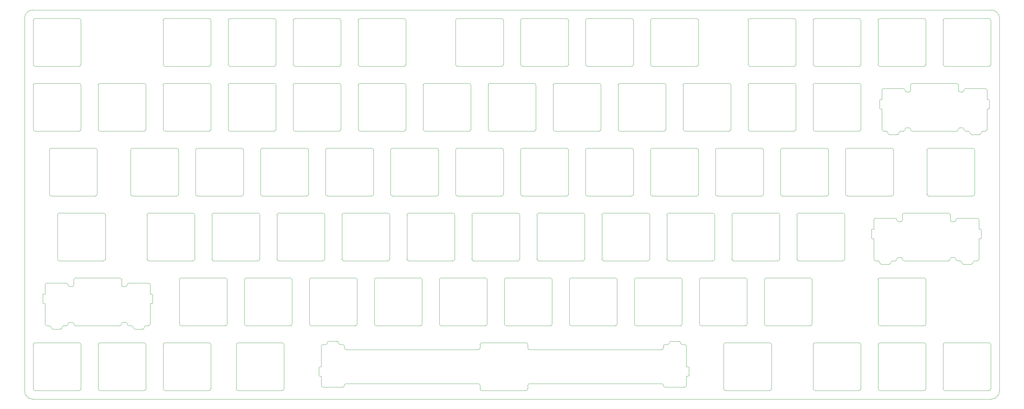
<source format=gm1>
G04 #@! TF.GenerationSoftware,KiCad,Pcbnew,(6.0.6-0)*
G04 #@! TF.CreationDate,2023-02-10T21:54:18+09:00*
G04 #@! TF.ProjectId,top-plate,746f702d-706c-4617-9465-2e6b69636164,rev?*
G04 #@! TF.SameCoordinates,Original*
G04 #@! TF.FileFunction,Profile,NP*
%FSLAX46Y46*%
G04 Gerber Fmt 4.6, Leading zero omitted, Abs format (unit mm)*
G04 Created by KiCad (PCBNEW (6.0.6-0)) date 2023-02-10 21:54:18*
%MOMM*%
%LPD*%
G01*
G04 APERTURE LIST*
G04 #@! TA.AperFunction,Profile*
%ADD10C,0.100000*%
G04 #@! TD*
G04 APERTURE END LIST*
D10*
X302418750Y-133350050D02*
X21431250Y-133350050D01*
X304799950Y-21431300D02*
G75*
G03*
X302418750Y-19050050I-2381250J0D01*
G01*
X19050000Y-130968800D02*
X19050000Y-21431300D01*
X21431250Y-19050050D02*
X302418750Y-19050050D01*
X21431250Y-19050050D02*
G75*
G03*
X19050000Y-21431300I0J-2381250D01*
G01*
X19050000Y-130968800D02*
G75*
G03*
X21431250Y-133350050I2381250J0D01*
G01*
X304800000Y-21431300D02*
X304800000Y-130968800D01*
X302418750Y-133350100D02*
G75*
G03*
X304800000Y-130968800I-150J2381400D01*
G01*
X283225000Y-117325050D02*
X283225000Y-130325050D01*
X269225000Y-117325050D02*
X269225000Y-130315974D01*
X269725000Y-130815974D02*
X282725000Y-130825050D01*
X269725000Y-116825050D02*
X282725000Y-116825050D01*
X269725000Y-116825050D02*
G75*
G03*
X269225000Y-117325050I1J-500001D01*
G01*
X269225000Y-130315974D02*
G75*
G03*
X269725000Y-130815974I500001J1D01*
G01*
X282725000Y-130825050D02*
G75*
G03*
X283225000Y-130325050I0J500000D01*
G01*
X283225000Y-117325050D02*
G75*
G03*
X282725000Y-116825050I-500000J0D01*
G01*
X224481250Y-116825050D02*
X237481250Y-116825050D01*
X223981250Y-117325050D02*
X223981250Y-130315974D01*
X237981250Y-117325050D02*
X237981250Y-130325050D01*
X224481250Y-130815974D02*
X237481250Y-130825050D01*
X224481250Y-116825050D02*
G75*
G03*
X223981250Y-117325050I1J-500001D01*
G01*
X237981250Y-117325050D02*
G75*
G03*
X237481250Y-116825050I-500000J0D01*
G01*
X223981250Y-130315974D02*
G75*
G03*
X224481250Y-130815974I500001J1D01*
G01*
X237481250Y-130825050D02*
G75*
G03*
X237981250Y-130325050I0J500000D01*
G01*
X97487500Y-98275050D02*
X97487500Y-111275050D01*
X83487500Y-98275050D02*
X83487500Y-111265974D01*
X83987500Y-97775050D02*
X96987500Y-97775050D01*
X83987500Y-111765974D02*
X96987500Y-111775050D01*
X83487500Y-111265974D02*
G75*
G03*
X83987500Y-111765974I500001J1D01*
G01*
X83987500Y-97775050D02*
G75*
G03*
X83487500Y-98275050I1J-500001D01*
G01*
X96987500Y-111775050D02*
G75*
G03*
X97487500Y-111275050I0J500000D01*
G01*
X97487500Y-98275050D02*
G75*
G03*
X96987500Y-97775050I-500000J0D01*
G01*
X93512500Y-78725050D02*
X106512500Y-78725050D01*
X93512500Y-92715974D02*
X106512500Y-92725050D01*
X107012500Y-79225050D02*
X107012500Y-92225050D01*
X93012500Y-79225050D02*
X93012500Y-92215974D01*
X106512500Y-92725050D02*
G75*
G03*
X107012500Y-92225050I0J500000D01*
G01*
X93512500Y-78725050D02*
G75*
G03*
X93012500Y-79225050I1J-500001D01*
G01*
X93012500Y-92215974D02*
G75*
G03*
X93512500Y-92715974I500001J1D01*
G01*
X107012500Y-79225050D02*
G75*
G03*
X106512500Y-78725050I-500000J0D01*
G01*
X173975000Y-41125050D02*
X173975000Y-54115974D01*
X174475000Y-54615974D02*
X187475000Y-54625050D01*
X187975000Y-41125050D02*
X187975000Y-54125050D01*
X174475000Y-40625050D02*
X187475000Y-40625050D01*
X187475000Y-54625050D02*
G75*
G03*
X187975000Y-54125050I0J500000D01*
G01*
X173975000Y-54115974D02*
G75*
G03*
X174475000Y-54615974I500001J1D01*
G01*
X174475000Y-40625050D02*
G75*
G03*
X173975000Y-41125050I1J-500001D01*
G01*
X187975000Y-41125050D02*
G75*
G03*
X187475000Y-40625050I-500000J0D01*
G01*
X231125000Y-41125050D02*
X231125000Y-54115974D01*
X231625000Y-54615974D02*
X244625000Y-54625050D01*
X231625000Y-40625050D02*
X244625000Y-40625050D01*
X245125000Y-41125050D02*
X245125000Y-54125050D01*
X245125000Y-41125050D02*
G75*
G03*
X244625000Y-40625050I-500000J0D01*
G01*
X244625000Y-54625050D02*
G75*
G03*
X245125000Y-54125050I0J500000D01*
G01*
X231625000Y-40625050D02*
G75*
G03*
X231125000Y-41125050I1J-500001D01*
G01*
X231125000Y-54115974D02*
G75*
G03*
X231625000Y-54615974I500001J1D01*
G01*
X288775000Y-35565974D02*
X301775000Y-35575050D01*
X288775000Y-21575050D02*
X301775000Y-21575050D01*
X288275000Y-22075050D02*
X288275000Y-35065974D01*
X302275000Y-22075050D02*
X302275000Y-35075050D01*
X288275000Y-35065974D02*
G75*
G03*
X288775000Y-35565974I500001J1D01*
G01*
X301775000Y-35575050D02*
G75*
G03*
X302275000Y-35075050I0J500000D01*
G01*
X288775000Y-21575050D02*
G75*
G03*
X288275000Y-22075050I1J-500001D01*
G01*
X302275000Y-22075050D02*
G75*
G03*
X301775000Y-21575050I-500000J0D01*
G01*
X288775000Y-130815974D02*
X301775000Y-130825050D01*
X288275000Y-117325050D02*
X288275000Y-130315974D01*
X302275000Y-117325050D02*
X302275000Y-130325050D01*
X288775000Y-116825050D02*
X301775000Y-116825050D01*
X301775000Y-130825050D02*
G75*
G03*
X302275000Y-130325050I0J500000D01*
G01*
X288275000Y-130315974D02*
G75*
G03*
X288775000Y-130815974I500001J1D01*
G01*
X288775000Y-116825050D02*
G75*
G03*
X288275000Y-117325050I1J-500001D01*
G01*
X302275000Y-117325050D02*
G75*
G03*
X301775000Y-116825050I-500000J0D01*
G01*
X98275000Y-54615974D02*
X111275000Y-54625050D01*
X98275000Y-40625050D02*
X111275000Y-40625050D01*
X97775000Y-41125050D02*
X97775000Y-54115974D01*
X111775000Y-41125050D02*
X111775000Y-54125050D01*
X98275000Y-40625050D02*
G75*
G03*
X97775000Y-41125050I1J-500001D01*
G01*
X111775000Y-41125050D02*
G75*
G03*
X111275000Y-40625050I-500000J0D01*
G01*
X111275000Y-54625050D02*
G75*
G03*
X111775000Y-54125050I0J500000D01*
G01*
X97775000Y-54115974D02*
G75*
G03*
X98275000Y-54615974I500001J1D01*
G01*
X117325000Y-35565974D02*
X130325000Y-35575050D01*
X130825000Y-22075050D02*
X130825000Y-35075050D01*
X117325000Y-21575050D02*
X130325000Y-21575050D01*
X116825000Y-22075050D02*
X116825000Y-35065974D01*
X130325000Y-35575050D02*
G75*
G03*
X130825000Y-35075050I0J500000D01*
G01*
X117325000Y-21575050D02*
G75*
G03*
X116825000Y-22075050I1J-500001D01*
G01*
X116825000Y-35065974D02*
G75*
G03*
X117325000Y-35565974I500001J1D01*
G01*
X130825000Y-22075050D02*
G75*
G03*
X130325000Y-21575050I-500000J0D01*
G01*
X102250000Y-60175050D02*
X102250000Y-73175050D01*
X88750000Y-59675050D02*
X101750000Y-59675050D01*
X88750000Y-73665974D02*
X101750000Y-73675050D01*
X88250000Y-60175050D02*
X88250000Y-73165974D01*
X102250000Y-60175050D02*
G75*
G03*
X101750000Y-59675050I-500000J0D01*
G01*
X88750000Y-59675050D02*
G75*
G03*
X88250000Y-60175050I1J-500001D01*
G01*
X101750000Y-73675050D02*
G75*
G03*
X102250000Y-73175050I0J500000D01*
G01*
X88250000Y-73165974D02*
G75*
G03*
X88750000Y-73665974I500001J1D01*
G01*
X230837500Y-98275050D02*
X230837500Y-111275050D01*
X217337500Y-97775050D02*
X230337500Y-97775050D01*
X217337500Y-111765974D02*
X230337500Y-111775050D01*
X216837500Y-98275050D02*
X216837500Y-111265974D01*
X230837500Y-98275050D02*
G75*
G03*
X230337500Y-97775050I-500000J0D01*
G01*
X217337500Y-97775050D02*
G75*
G03*
X216837500Y-98275050I1J-500001D01*
G01*
X216837500Y-111265974D02*
G75*
G03*
X217337500Y-111765974I500001J1D01*
G01*
X230337500Y-111775050D02*
G75*
G03*
X230837500Y-111275050I0J500000D01*
G01*
X73675000Y-22075050D02*
X73675000Y-35075050D01*
X60175000Y-35565974D02*
X73175000Y-35575050D01*
X59675000Y-22075050D02*
X59675000Y-35065974D01*
X60175000Y-21575050D02*
X73175000Y-21575050D01*
X73175000Y-35575050D02*
G75*
G03*
X73675000Y-35075050I0J500000D01*
G01*
X60175000Y-21575050D02*
G75*
G03*
X59675000Y-22075050I1J-500001D01*
G01*
X59675000Y-35065974D02*
G75*
G03*
X60175000Y-35565974I500001J1D01*
G01*
X73675000Y-22075050D02*
G75*
G03*
X73175000Y-21575050I-500000J0D01*
G01*
X168925000Y-41125050D02*
X168925000Y-54125050D01*
X155425000Y-54615974D02*
X168425000Y-54625050D01*
X155425000Y-40625050D02*
X168425000Y-40625050D01*
X154925000Y-41125050D02*
X154925000Y-54115974D01*
X168925000Y-41125050D02*
G75*
G03*
X168425000Y-40625050I-500000J0D01*
G01*
X155425000Y-40625050D02*
G75*
G03*
X154925000Y-41125050I1J-500001D01*
G01*
X154925000Y-54115974D02*
G75*
G03*
X155425000Y-54615974I500001J1D01*
G01*
X168425000Y-54625050D02*
G75*
G03*
X168925000Y-54125050I0J500000D01*
G01*
X154637500Y-98275050D02*
X154637500Y-111275050D01*
X141137500Y-97775050D02*
X154137500Y-97775050D01*
X140637500Y-98275050D02*
X140637500Y-111265974D01*
X141137500Y-111765974D02*
X154137500Y-111775050D01*
X141137500Y-97775050D02*
G75*
G03*
X140637500Y-98275050I1J-500001D01*
G01*
X154137500Y-111775050D02*
G75*
G03*
X154637500Y-111275050I0J500000D01*
G01*
X154637500Y-98275050D02*
G75*
G03*
X154137500Y-97775050I-500000J0D01*
G01*
X140637500Y-111265974D02*
G75*
G03*
X141137500Y-111765974I500001J1D01*
G01*
X226862500Y-78725050D02*
X239862500Y-78725050D01*
X226362500Y-79225050D02*
X226362500Y-92215974D01*
X226862500Y-92715974D02*
X239862500Y-92725050D01*
X240362500Y-79225050D02*
X240362500Y-92225050D01*
X226362500Y-92215974D02*
G75*
G03*
X226862500Y-92715974I500001J1D01*
G01*
X226862500Y-78725050D02*
G75*
G03*
X226362500Y-79225050I1J-500001D01*
G01*
X239862500Y-92725050D02*
G75*
G03*
X240362500Y-92225050I0J500000D01*
G01*
X240362500Y-79225050D02*
G75*
G03*
X239862500Y-78725050I-500000J0D01*
G01*
X264175000Y-117325050D02*
X264175000Y-130325050D01*
X250175000Y-117325050D02*
X250175000Y-130315974D01*
X250675000Y-130815974D02*
X263675000Y-130825050D01*
X250675000Y-116825050D02*
X263675000Y-116825050D01*
X264175000Y-117325050D02*
G75*
G03*
X263675000Y-116825050I-500000J0D01*
G01*
X250175000Y-130315974D02*
G75*
G03*
X250675000Y-130815974I500001J1D01*
G01*
X250675000Y-116825050D02*
G75*
G03*
X250175000Y-117325050I1J-500001D01*
G01*
X263675000Y-130825050D02*
G75*
G03*
X264175000Y-130325050I0J500000D01*
G01*
X183212500Y-79225050D02*
X183212500Y-92225050D01*
X169712500Y-92715974D02*
X182712500Y-92725050D01*
X169712500Y-78725050D02*
X182712500Y-78725050D01*
X169212500Y-79225050D02*
X169212500Y-92215974D01*
X169212500Y-92215974D02*
G75*
G03*
X169712500Y-92715974I500001J1D01*
G01*
X169712500Y-78725050D02*
G75*
G03*
X169212500Y-79225050I1J-500001D01*
G01*
X182712500Y-92725050D02*
G75*
G03*
X183212500Y-92225050I0J500000D01*
G01*
X183212500Y-79225050D02*
G75*
G03*
X182712500Y-78725050I-500000J0D01*
G01*
X231625000Y-21575050D02*
X244625000Y-21575050D01*
X231125000Y-22075050D02*
X231125000Y-35065974D01*
X245125000Y-22075050D02*
X245125000Y-35075050D01*
X231625000Y-35565974D02*
X244625000Y-35575050D01*
X244625000Y-35575050D02*
G75*
G03*
X245125000Y-35075050I0J500000D01*
G01*
X231125000Y-35065974D02*
G75*
G03*
X231625000Y-35565974I500001J1D01*
G01*
X231625000Y-21575050D02*
G75*
G03*
X231125000Y-22075050I1J-500001D01*
G01*
X245125000Y-22075050D02*
G75*
G03*
X244625000Y-21575050I-500000J0D01*
G01*
X145900000Y-73665974D02*
X158900000Y-73675050D01*
X145900000Y-59675050D02*
X158900000Y-59675050D01*
X145400000Y-60175050D02*
X145400000Y-73165974D01*
X159400000Y-60175050D02*
X159400000Y-73175050D01*
X145900000Y-59675050D02*
G75*
G03*
X145400000Y-60175050I1J-500001D01*
G01*
X158900000Y-73675050D02*
G75*
G03*
X159400000Y-73175050I0J500000D01*
G01*
X145400000Y-73165974D02*
G75*
G03*
X145900000Y-73665974I500001J1D01*
G01*
X159400000Y-60175050D02*
G75*
G03*
X158900000Y-59675050I-500000J0D01*
G01*
X275218749Y-91725037D02*
X275868749Y-91725037D01*
X299268749Y-86225037D02*
X298768749Y-86225037D01*
X270193749Y-93725037D02*
X272493749Y-93725037D01*
X267468749Y-86225037D02*
X267968749Y-86225037D01*
X298768749Y-80725037D02*
X298768749Y-83425037D01*
X299468749Y-83625037D02*
X299468749Y-86025037D01*
X290368749Y-79225037D02*
X290368749Y-80725037D01*
X267268749Y-83625037D02*
X267268749Y-86025037D01*
X267468749Y-83425037D02*
X267968749Y-83425037D01*
X291518749Y-81225037D02*
X290868749Y-81225037D01*
X267968749Y-86225037D02*
X267968749Y-92225037D01*
X275218749Y-81225037D02*
X275868749Y-81225037D01*
X298268749Y-80225037D02*
X292518749Y-80225037D01*
X299268749Y-83425037D02*
X298768749Y-83425037D01*
X296543749Y-93725037D02*
X294243749Y-93725037D01*
X268468749Y-80225037D02*
X274218749Y-80225037D01*
X291518749Y-91725037D02*
X290868749Y-91725037D01*
X298268749Y-92725037D02*
X297543749Y-92725037D01*
X298768749Y-86225037D02*
X298768749Y-92225037D01*
X293243749Y-92725037D02*
X292518749Y-92725037D01*
X276868749Y-78725037D02*
X289868749Y-78725037D01*
X276368749Y-79225037D02*
X276368749Y-80725037D01*
X273493749Y-92725037D02*
X274218749Y-92725037D01*
X276868749Y-92725037D02*
X289868749Y-92725037D01*
X268468749Y-92725037D02*
X269193749Y-92725037D01*
X267968749Y-80725037D02*
X267968749Y-83425037D01*
X291518749Y-81225049D02*
G75*
G03*
X292018749Y-80725037I1J499999D01*
G01*
X299468763Y-83625037D02*
G75*
G03*
X299268749Y-83425037I-200013J-13D01*
G01*
X269693749Y-93225037D02*
G75*
G03*
X270193749Y-93725037I500001J1D01*
G01*
X269693749Y-93225037D02*
G75*
G03*
X269193749Y-92725037I-500001J-1D01*
G01*
X292018763Y-92225037D02*
G75*
G03*
X291518749Y-91725037I-500013J-13D01*
G01*
X273493749Y-92725037D02*
G75*
G03*
X272993749Y-93225037I1J-500001D01*
G01*
X267968749Y-92225037D02*
G75*
G03*
X268468749Y-92725037I500001J1D01*
G01*
X267468749Y-83425037D02*
G75*
G03*
X267268749Y-83625037I1J-200001D01*
G01*
X276368749Y-92225037D02*
G75*
G03*
X275868749Y-91725037I-500001J-1D01*
G01*
X292018763Y-92225037D02*
G75*
G03*
X292518749Y-92725037I499987J-13D01*
G01*
X267268749Y-86025037D02*
G75*
G03*
X267468749Y-86225037I200001J1D01*
G01*
X274218749Y-92725037D02*
G75*
G03*
X274718749Y-92225037I-1J500001D01*
G01*
X275868749Y-81225037D02*
G75*
G03*
X276368749Y-80725037I-1J500001D01*
G01*
X276368749Y-92225037D02*
G75*
G03*
X276868749Y-92725037I500001J1D01*
G01*
X289868749Y-92725049D02*
G75*
G03*
X290368749Y-92225037I1J499999D01*
G01*
X293743763Y-93225037D02*
G75*
G03*
X293243749Y-92725037I-500013J-13D01*
G01*
X290368763Y-79225037D02*
G75*
G03*
X289868749Y-78725037I-500013J-13D01*
G01*
X298768763Y-80725037D02*
G75*
G03*
X298268749Y-80225037I-500013J-13D01*
G01*
X272493749Y-93725037D02*
G75*
G03*
X272993749Y-93225037I-1J500001D01*
G01*
X276868749Y-78725037D02*
G75*
G03*
X276368749Y-79225037I1J-500001D01*
G01*
X293743763Y-93225037D02*
G75*
G03*
X294243749Y-93725037I499987J-13D01*
G01*
X274718749Y-80725037D02*
G75*
G03*
X274218749Y-80225037I-500001J-1D01*
G01*
X292518749Y-80225049D02*
G75*
G03*
X292018749Y-80725037I1J-500001D01*
G01*
X290368763Y-80725037D02*
G75*
G03*
X290868749Y-81225037I499987J-13D01*
G01*
X290868749Y-91725049D02*
G75*
G03*
X290368749Y-92225037I1J-500001D01*
G01*
X275218749Y-91725037D02*
G75*
G03*
X274718749Y-92225037I1J-500001D01*
G01*
X274718749Y-80725037D02*
G75*
G03*
X275218749Y-81225037I500001J1D01*
G01*
X299268749Y-86225049D02*
G75*
G03*
X299468749Y-86025037I1J199999D01*
G01*
X297543749Y-92725049D02*
G75*
G03*
X297043749Y-93225037I1J-500001D01*
G01*
X268468749Y-80225037D02*
G75*
G03*
X267968749Y-80725037I1J-500001D01*
G01*
X296543749Y-93725049D02*
G75*
G03*
X297043749Y-93225037I1J499999D01*
G01*
X298268749Y-92725049D02*
G75*
G03*
X298768749Y-92225037I1J499999D01*
G01*
X164162500Y-79225050D02*
X164162500Y-92225050D01*
X150162500Y-79225050D02*
X150162500Y-92215974D01*
X150662500Y-78725050D02*
X163662500Y-78725050D01*
X150662500Y-92715974D02*
X163662500Y-92725050D01*
X150162500Y-92215974D02*
G75*
G03*
X150662500Y-92715974I500001J1D01*
G01*
X164162500Y-79225050D02*
G75*
G03*
X163662500Y-78725050I-500000J0D01*
G01*
X163662500Y-92725050D02*
G75*
G03*
X164162500Y-92225050I0J500000D01*
G01*
X150662500Y-78725050D02*
G75*
G03*
X150162500Y-79225050I1J-500001D01*
G01*
X92725000Y-41125050D02*
X92725000Y-54125050D01*
X79225000Y-40625050D02*
X92225000Y-40625050D01*
X78725000Y-41125050D02*
X78725000Y-54115974D01*
X79225000Y-54615974D02*
X92225000Y-54625050D01*
X92225000Y-54625050D02*
G75*
G03*
X92725000Y-54125050I0J500000D01*
G01*
X78725000Y-54115974D02*
G75*
G03*
X79225000Y-54615974I500001J1D01*
G01*
X92725000Y-41125050D02*
G75*
G03*
X92225000Y-40625050I-500000J0D01*
G01*
X79225000Y-40625050D02*
G75*
G03*
X78725000Y-41125050I1J-500001D01*
G01*
X21575000Y-22075050D02*
X21575000Y-35065974D01*
X22075000Y-35565974D02*
X35075000Y-35575050D01*
X35575000Y-22075050D02*
X35575000Y-35075050D01*
X22075000Y-21575050D02*
X35075000Y-21575050D01*
X35575000Y-22075050D02*
G75*
G03*
X35075000Y-21575050I-500000J0D01*
G01*
X22075000Y-21575050D02*
G75*
G03*
X21575000Y-22075050I1J-500001D01*
G01*
X35075000Y-35575050D02*
G75*
G03*
X35575000Y-35075050I0J500000D01*
G01*
X21575000Y-35065974D02*
G75*
G03*
X22075000Y-35565974I500001J1D01*
G01*
X98275000Y-35565974D02*
X111275000Y-35575050D01*
X98275000Y-21575050D02*
X111275000Y-21575050D01*
X97775000Y-22075050D02*
X97775000Y-35065974D01*
X111775000Y-22075050D02*
X111775000Y-35075050D01*
X111275000Y-35575050D02*
G75*
G03*
X111775000Y-35075050I0J500000D01*
G01*
X111775000Y-22075050D02*
G75*
G03*
X111275000Y-21575050I-500000J0D01*
G01*
X97775000Y-35065974D02*
G75*
G03*
X98275000Y-35565974I500001J1D01*
G01*
X98275000Y-21575050D02*
G75*
G03*
X97775000Y-22075050I1J-500001D01*
G01*
X60175000Y-116825050D02*
X73175000Y-116825050D01*
X59675000Y-117325050D02*
X59675000Y-130315974D01*
X60175000Y-130815974D02*
X73175000Y-130825050D01*
X73675000Y-117325050D02*
X73675000Y-130325050D01*
X73675000Y-117325050D02*
G75*
G03*
X73175000Y-116825050I-500000J0D01*
G01*
X59675000Y-130315974D02*
G75*
G03*
X60175000Y-130815974I500001J1D01*
G01*
X60175000Y-116825050D02*
G75*
G03*
X59675000Y-117325050I1J-500001D01*
G01*
X73175000Y-130825050D02*
G75*
G03*
X73675000Y-130325050I0J500000D01*
G01*
X26837500Y-73665974D02*
X39837500Y-73675050D01*
X26837500Y-59675050D02*
X39837500Y-59675050D01*
X40337500Y-60175050D02*
X40337500Y-73175050D01*
X26337500Y-60175050D02*
X26337500Y-73165974D01*
X26337500Y-73165974D02*
G75*
G03*
X26837500Y-73665974I500001J1D01*
G01*
X40337500Y-60175050D02*
G75*
G03*
X39837500Y-59675050I-500000J0D01*
G01*
X39837500Y-73675050D02*
G75*
G03*
X40337500Y-73175050I0J500000D01*
G01*
X26837500Y-59675050D02*
G75*
G03*
X26337500Y-60175050I1J-500001D01*
G01*
X126850000Y-59675050D02*
X139850000Y-59675050D01*
X140350000Y-60175050D02*
X140350000Y-73175050D01*
X126350000Y-60175050D02*
X126350000Y-73165974D01*
X126850000Y-73665974D02*
X139850000Y-73675050D01*
X140350000Y-60175050D02*
G75*
G03*
X139850000Y-59675050I-500000J0D01*
G01*
X126350000Y-73165974D02*
G75*
G03*
X126850000Y-73665974I500001J1D01*
G01*
X139850000Y-73675050D02*
G75*
G03*
X140350000Y-73175050I0J500000D01*
G01*
X126850000Y-59675050D02*
G75*
G03*
X126350000Y-60175050I1J-500001D01*
G01*
X81606250Y-130815974D02*
X94606250Y-130825050D01*
X81106250Y-117325050D02*
X81106250Y-130315974D01*
X95106250Y-117325050D02*
X95106250Y-130325050D01*
X81606250Y-116825050D02*
X94606250Y-116825050D01*
X81106250Y-130315974D02*
G75*
G03*
X81606250Y-130815974I500001J1D01*
G01*
X94606250Y-130825050D02*
G75*
G03*
X95106250Y-130325050I0J500000D01*
G01*
X95106250Y-117325050D02*
G75*
G03*
X94606250Y-116825050I-500000J0D01*
G01*
X81606250Y-116825050D02*
G75*
G03*
X81106250Y-117325050I1J-500001D01*
G01*
X112562500Y-78725050D02*
X125562500Y-78725050D01*
X112562500Y-92715974D02*
X125562500Y-92725050D01*
X112062500Y-79225050D02*
X112062500Y-92215974D01*
X126062500Y-79225050D02*
X126062500Y-92225050D01*
X125562500Y-92725050D02*
G75*
G03*
X126062500Y-92225050I0J500000D01*
G01*
X112562500Y-78725050D02*
G75*
G03*
X112062500Y-79225050I1J-500001D01*
G01*
X112062500Y-92215974D02*
G75*
G03*
X112562500Y-92715974I500001J1D01*
G01*
X126062500Y-79225050D02*
G75*
G03*
X125562500Y-78725050I-500000J0D01*
G01*
X29218750Y-78725050D02*
X42218750Y-78725050D01*
X28718750Y-79225050D02*
X28718750Y-92215974D01*
X42718750Y-79225050D02*
X42718750Y-92225050D01*
X29218750Y-92715974D02*
X42218750Y-92725050D01*
X29218750Y-78725050D02*
G75*
G03*
X28718750Y-79225050I1J-500001D01*
G01*
X42718750Y-79225050D02*
G75*
G03*
X42218750Y-78725050I-500000J0D01*
G01*
X28718750Y-92215974D02*
G75*
G03*
X29218750Y-92715974I500001J1D01*
G01*
X42218750Y-92725050D02*
G75*
G03*
X42718750Y-92225050I0J500000D01*
G01*
X184000000Y-73665974D02*
X197000000Y-73675050D01*
X184000000Y-59675050D02*
X197000000Y-59675050D01*
X197500000Y-60175050D02*
X197500000Y-73175050D01*
X183500000Y-60175050D02*
X183500000Y-73165974D01*
X197500000Y-60175050D02*
G75*
G03*
X197000000Y-59675050I-500000J0D01*
G01*
X197000000Y-73675050D02*
G75*
G03*
X197500000Y-73175050I0J500000D01*
G01*
X184000000Y-59675050D02*
G75*
G03*
X183500000Y-60175050I1J-500001D01*
G01*
X183500000Y-73165974D02*
G75*
G03*
X184000000Y-73665974I500001J1D01*
G01*
X152544078Y-118325043D02*
X152544078Y-117325043D01*
X212543750Y-117325050D02*
X211818750Y-117325050D01*
X166543750Y-118325050D02*
X166543750Y-117325050D01*
X210818750Y-116325050D02*
X208518750Y-116325050D01*
X112793750Y-118325050D02*
X112793750Y-117825050D01*
X213743750Y-126425050D02*
X213743750Y-124025050D01*
X105543750Y-126625050D02*
X106043750Y-126625050D01*
X152043750Y-128825050D02*
X113293750Y-128825050D01*
X212543750Y-129825050D02*
X206793750Y-129825050D01*
X207518750Y-117325050D02*
X206793750Y-117325050D01*
X205793750Y-118825050D02*
X167043750Y-118825050D01*
X152044078Y-118825043D02*
X113293750Y-118825050D01*
X213543750Y-126625050D02*
X213043750Y-126625050D01*
X213043750Y-123825050D02*
X213043750Y-117825050D01*
X105543750Y-123825050D02*
X106043750Y-123825050D01*
X106043750Y-123825050D02*
X106043750Y-117825050D01*
X111568750Y-117325050D02*
X112293750Y-117325050D01*
X213043750Y-129325050D02*
X213043750Y-126625050D01*
X108268750Y-116325050D02*
X110568750Y-116325050D01*
X213543750Y-123825050D02*
X213043750Y-123825050D01*
X205793750Y-128825050D02*
X167043750Y-128825050D01*
X152543750Y-130325050D02*
X152543750Y-129325050D01*
X105343750Y-126425050D02*
X105343750Y-124025050D01*
X206293750Y-117825050D02*
X206293750Y-118325050D01*
X106543750Y-117325050D02*
X107268750Y-117325050D01*
X166543750Y-130325050D02*
X166543750Y-129325050D01*
X166043750Y-130825050D02*
X153043750Y-130825050D01*
X106543750Y-129825050D02*
X112293750Y-129825050D01*
X106043750Y-129325050D02*
X106043750Y-126625050D01*
X166043750Y-116825050D02*
X153044078Y-116825043D01*
X106043750Y-129325050D02*
G75*
G03*
X106543750Y-129825050I500000J0D01*
G01*
X152044078Y-118825038D02*
G75*
G03*
X152544078Y-118325043I42J499958D01*
G01*
X111068750Y-116825050D02*
G75*
G03*
X111568750Y-117325050I500000J0D01*
G01*
X112793750Y-118325050D02*
G75*
G03*
X113293750Y-118825050I500000J0D01*
G01*
X207518750Y-117325050D02*
G75*
G03*
X208018750Y-116825050I-1J500001D01*
G01*
X211318750Y-116825050D02*
G75*
G03*
X211818750Y-117325050I500001J1D01*
G01*
X206793750Y-117325050D02*
G75*
G03*
X206293750Y-117825050I1J-500001D01*
G01*
X112293750Y-129825050D02*
G75*
G03*
X112793750Y-129325050I0J500000D01*
G01*
X213743750Y-124025050D02*
G75*
G03*
X213543750Y-123825050I-200001J-1D01*
G01*
X205793750Y-118825050D02*
G75*
G03*
X206293750Y-118325050I-1J500001D01*
G01*
X206293750Y-129325050D02*
G75*
G03*
X206793750Y-129825050I500001J1D01*
G01*
X105543750Y-123825050D02*
G75*
G03*
X105343750Y-124025050I0J-200000D01*
G01*
X108268750Y-116325050D02*
G75*
G03*
X107768750Y-116825050I0J-500000D01*
G01*
X111068750Y-116825050D02*
G75*
G03*
X110568750Y-116325050I-500000J0D01*
G01*
X166543750Y-118325050D02*
G75*
G03*
X167043750Y-118825050I500001J1D01*
G01*
X211318750Y-116825050D02*
G75*
G03*
X210818750Y-116325050I-500001J-1D01*
G01*
X208518750Y-116325050D02*
G75*
G03*
X208018750Y-116825050I1J-500001D01*
G01*
X166043750Y-130825050D02*
G75*
G03*
X166543750Y-130325050I-1J500001D01*
G01*
X112793750Y-117825050D02*
G75*
G03*
X112293750Y-117325050I-500000J0D01*
G01*
X106543750Y-117325050D02*
G75*
G03*
X106043750Y-117825050I0J-500000D01*
G01*
X105343750Y-126425050D02*
G75*
G03*
X105543750Y-126625050I200000J0D01*
G01*
X113293750Y-128825050D02*
G75*
G03*
X112793750Y-129325050I0J-500000D01*
G01*
X152543750Y-129325050D02*
G75*
G03*
X152043750Y-128825050I-500000J0D01*
G01*
X152543750Y-130325050D02*
G75*
G03*
X153043750Y-130825050I500000J0D01*
G01*
X213543750Y-126625050D02*
G75*
G03*
X213743750Y-126425050I-1J200001D01*
G01*
X213043750Y-117825050D02*
G75*
G03*
X212543750Y-117325050I-500001J-1D01*
G01*
X167043750Y-128825050D02*
G75*
G03*
X166543750Y-129325050I1J-500001D01*
G01*
X153044078Y-116825038D02*
G75*
G03*
X152544078Y-117325043I42J-500042D01*
G01*
X107268750Y-117325050D02*
G75*
G03*
X107768750Y-116825050I0J500000D01*
G01*
X212543750Y-129825050D02*
G75*
G03*
X213043750Y-129325050I-1J500001D01*
G01*
X206293750Y-129325050D02*
G75*
G03*
X205793750Y-128825050I-500001J-1D01*
G01*
X166543750Y-117325050D02*
G75*
G03*
X166043750Y-116825050I-500001J-1D01*
G01*
X259412500Y-79225050D02*
X259412500Y-92225050D01*
X245412500Y-79225050D02*
X245412500Y-92215974D01*
X245912500Y-92715974D02*
X258912500Y-92725050D01*
X245912500Y-78725050D02*
X258912500Y-78725050D01*
X259412500Y-79225050D02*
G75*
G03*
X258912500Y-78725050I-500000J0D01*
G01*
X245412500Y-92215974D02*
G75*
G03*
X245912500Y-92715974I500001J1D01*
G01*
X245912500Y-78725050D02*
G75*
G03*
X245412500Y-79225050I1J-500001D01*
G01*
X258912500Y-92725050D02*
G75*
G03*
X259412500Y-92225050I0J500000D01*
G01*
X69200000Y-60175050D02*
X69200000Y-73165974D01*
X83200000Y-60175050D02*
X83200000Y-73175050D01*
X69700000Y-59675050D02*
X82700000Y-59675050D01*
X69700000Y-73665974D02*
X82700000Y-73675050D01*
X69200000Y-73165974D02*
G75*
G03*
X69700000Y-73665974I500001J1D01*
G01*
X82700000Y-73675050D02*
G75*
G03*
X83200000Y-73175050I0J500000D01*
G01*
X69700000Y-59675050D02*
G75*
G03*
X69200000Y-60175050I1J-500001D01*
G01*
X83200000Y-60175050D02*
G75*
G03*
X82700000Y-59675050I-500000J0D01*
G01*
X131112500Y-79225050D02*
X131112500Y-92215974D01*
X131612500Y-92715974D02*
X144612500Y-92725050D01*
X145112500Y-79225050D02*
X145112500Y-92225050D01*
X131612500Y-78725050D02*
X144612500Y-78725050D01*
X144612500Y-92725050D02*
G75*
G03*
X145112500Y-92225050I0J500000D01*
G01*
X131112500Y-92215974D02*
G75*
G03*
X131612500Y-92715974I500001J1D01*
G01*
X145112500Y-79225050D02*
G75*
G03*
X144612500Y-78725050I-500000J0D01*
G01*
X131612500Y-78725050D02*
G75*
G03*
X131112500Y-79225050I1J-500001D01*
G01*
X197787500Y-98275050D02*
X197787500Y-111265974D01*
X211787500Y-98275050D02*
X211787500Y-111275050D01*
X198287500Y-97775050D02*
X211287500Y-97775050D01*
X198287500Y-111765974D02*
X211287500Y-111775050D01*
X198287500Y-97775050D02*
G75*
G03*
X197787500Y-98275050I1J-500001D01*
G01*
X197787500Y-111265974D02*
G75*
G03*
X198287500Y-111765974I500001J1D01*
G01*
X211287500Y-111775050D02*
G75*
G03*
X211787500Y-111275050I0J500000D01*
G01*
X211787500Y-98275050D02*
G75*
G03*
X211287500Y-97775050I-500000J0D01*
G01*
X179237500Y-111765974D02*
X192237500Y-111775050D01*
X179237500Y-97775050D02*
X192237500Y-97775050D01*
X192737500Y-98275050D02*
X192737500Y-111275050D01*
X178737500Y-98275050D02*
X178737500Y-111265974D01*
X179237500Y-97775050D02*
G75*
G03*
X178737500Y-98275050I1J-500001D01*
G01*
X192237500Y-111775050D02*
G75*
G03*
X192737500Y-111275050I0J500000D01*
G01*
X192737500Y-98275050D02*
G75*
G03*
X192237500Y-97775050I-500000J0D01*
G01*
X178737500Y-111265974D02*
G75*
G03*
X179237500Y-111765974I500001J1D01*
G01*
X21575000Y-117325050D02*
X21575000Y-130315974D01*
X35575000Y-117325050D02*
X35575000Y-130325050D01*
X22075000Y-130815974D02*
X35075000Y-130825050D01*
X22075000Y-116825050D02*
X35075000Y-116825050D01*
X21575000Y-130315974D02*
G75*
G03*
X22075000Y-130815974I500001J1D01*
G01*
X35075000Y-130825050D02*
G75*
G03*
X35575000Y-130325050I0J500000D01*
G01*
X35575000Y-117325050D02*
G75*
G03*
X35075000Y-116825050I-500000J0D01*
G01*
X22075000Y-116825050D02*
G75*
G03*
X21575000Y-117325050I1J-500001D01*
G01*
X269225000Y-98275050D02*
X269225000Y-111265974D01*
X283225000Y-98275050D02*
X283225000Y-111275050D01*
X269725000Y-97775050D02*
X282725000Y-97775050D01*
X269725000Y-111765974D02*
X282725000Y-111775050D01*
X282725000Y-111775050D02*
G75*
G03*
X283225000Y-111275050I0J500000D01*
G01*
X269225000Y-111265974D02*
G75*
G03*
X269725000Y-111765974I500001J1D01*
G01*
X283225000Y-98275050D02*
G75*
G03*
X282725000Y-97775050I-500000J0D01*
G01*
X269725000Y-97775050D02*
G75*
G03*
X269225000Y-98275050I1J-500001D01*
G01*
X92725000Y-22075050D02*
X92725000Y-35075050D01*
X78725000Y-22075050D02*
X78725000Y-35065974D01*
X79225000Y-21575050D02*
X92225000Y-21575050D01*
X79225000Y-35565974D02*
X92225000Y-35575050D01*
X92225000Y-35575050D02*
G75*
G03*
X92725000Y-35075050I0J500000D01*
G01*
X92725000Y-22075050D02*
G75*
G03*
X92225000Y-21575050I-500000J0D01*
G01*
X78725000Y-35065974D02*
G75*
G03*
X79225000Y-35565974I500001J1D01*
G01*
X79225000Y-21575050D02*
G75*
G03*
X78725000Y-22075050I1J-500001D01*
G01*
X222100000Y-59675050D02*
X235100000Y-59675050D01*
X222100000Y-73665974D02*
X235100000Y-73675050D01*
X221600000Y-60175050D02*
X221600000Y-73165974D01*
X235600000Y-60175050D02*
X235600000Y-73175050D01*
X235600000Y-60175050D02*
G75*
G03*
X235100000Y-59675050I-500000J0D01*
G01*
X222100000Y-59675050D02*
G75*
G03*
X221600000Y-60175050I1J-500001D01*
G01*
X221600000Y-73165974D02*
G75*
G03*
X222100000Y-73665974I500001J1D01*
G01*
X235100000Y-73675050D02*
G75*
G03*
X235600000Y-73175050I0J500000D01*
G01*
X260200000Y-73665974D02*
X273200000Y-73675050D01*
X260200000Y-59675050D02*
X273200000Y-59675050D01*
X273700000Y-60175050D02*
X273700000Y-73175050D01*
X259700000Y-60175050D02*
X259700000Y-73165974D01*
X260200000Y-59675050D02*
G75*
G03*
X259700000Y-60175050I1J-500001D01*
G01*
X273200000Y-73675050D02*
G75*
G03*
X273700000Y-73175050I0J500000D01*
G01*
X273700000Y-60175050D02*
G75*
G03*
X273200000Y-59675050I-500000J0D01*
G01*
X259700000Y-73165974D02*
G75*
G03*
X260200000Y-73665974I500001J1D01*
G01*
X164950000Y-21575050D02*
X177950000Y-21575050D01*
X178450000Y-22075050D02*
X178450000Y-35075050D01*
X164450000Y-22075050D02*
X164450000Y-35065974D01*
X164950000Y-35565974D02*
X177950000Y-35575050D01*
X177950000Y-35575050D02*
G75*
G03*
X178450000Y-35075050I0J500000D01*
G01*
X164450000Y-35065974D02*
G75*
G03*
X164950000Y-35565974I500001J1D01*
G01*
X178450000Y-22075050D02*
G75*
G03*
X177950000Y-21575050I-500000J0D01*
G01*
X164950000Y-21575050D02*
G75*
G03*
X164450000Y-22075050I1J-500001D01*
G01*
X193525000Y-40625050D02*
X206525000Y-40625050D01*
X207025000Y-41125050D02*
X207025000Y-54125050D01*
X193525000Y-54615974D02*
X206525000Y-54625050D01*
X193025000Y-41125050D02*
X193025000Y-54115974D01*
X193525000Y-40625050D02*
G75*
G03*
X193025000Y-41125050I1J-500001D01*
G01*
X207025000Y-41125050D02*
G75*
G03*
X206525000Y-40625050I-500000J0D01*
G01*
X193025000Y-54115974D02*
G75*
G03*
X193525000Y-54615974I500001J1D01*
G01*
X206525000Y-54625050D02*
G75*
G03*
X207025000Y-54125050I0J500000D01*
G01*
X202262500Y-79225050D02*
X202262500Y-92225050D01*
X188762500Y-78725050D02*
X201762500Y-78725050D01*
X188262500Y-79225050D02*
X188262500Y-92215974D01*
X188762500Y-92715974D02*
X201762500Y-92725050D01*
X202262500Y-79225050D02*
G75*
G03*
X201762500Y-78725050I-500000J0D01*
G01*
X188262500Y-92215974D02*
G75*
G03*
X188762500Y-92715974I500001J1D01*
G01*
X201762500Y-92725050D02*
G75*
G03*
X202262500Y-92225050I0J500000D01*
G01*
X188762500Y-78725050D02*
G75*
G03*
X188262500Y-79225050I1J-500001D01*
G01*
X207312500Y-79225050D02*
X207312500Y-92215974D01*
X207812500Y-78725050D02*
X220812500Y-78725050D01*
X221312500Y-79225050D02*
X221312500Y-92225050D01*
X207812500Y-92715974D02*
X220812500Y-92725050D01*
X220812500Y-92725050D02*
G75*
G03*
X221312500Y-92225050I0J500000D01*
G01*
X207312500Y-92215974D02*
G75*
G03*
X207812500Y-92715974I500001J1D01*
G01*
X221312500Y-79225050D02*
G75*
G03*
X220812500Y-78725050I-500000J0D01*
G01*
X207812500Y-78725050D02*
G75*
G03*
X207312500Y-79225050I1J-500001D01*
G01*
X212575000Y-54615974D02*
X225575000Y-54625050D01*
X226075000Y-41125050D02*
X226075000Y-54125050D01*
X212075000Y-41125050D02*
X212075000Y-54115974D01*
X212575000Y-40625050D02*
X225575000Y-40625050D01*
X212075000Y-54115974D02*
G75*
G03*
X212575000Y-54615974I500001J1D01*
G01*
X225575000Y-54625050D02*
G75*
G03*
X226075000Y-54125050I0J500000D01*
G01*
X226075000Y-41125050D02*
G75*
G03*
X225575000Y-40625050I-500000J0D01*
G01*
X212575000Y-40625050D02*
G75*
G03*
X212075000Y-41125050I1J-500001D01*
G01*
X64937500Y-111765974D02*
X77937500Y-111775050D01*
X64437500Y-98275050D02*
X64437500Y-111265974D01*
X64937500Y-97775050D02*
X77937500Y-97775050D01*
X78437500Y-98275050D02*
X78437500Y-111275050D01*
X64437500Y-111265974D02*
G75*
G03*
X64937500Y-111765974I500001J1D01*
G01*
X77937500Y-111775050D02*
G75*
G03*
X78437500Y-111275050I0J500000D01*
G01*
X78437500Y-98275050D02*
G75*
G03*
X77937500Y-97775050I-500000J0D01*
G01*
X64937500Y-97775050D02*
G75*
G03*
X64437500Y-98275050I1J-500001D01*
G01*
X121587500Y-98275050D02*
X121587500Y-111265974D01*
X135587500Y-98275050D02*
X135587500Y-111275050D01*
X122087500Y-111765974D02*
X135087500Y-111775050D01*
X122087500Y-97775050D02*
X135087500Y-97775050D01*
X135587500Y-98275050D02*
G75*
G03*
X135087500Y-97775050I-500000J0D01*
G01*
X122087500Y-97775050D02*
G75*
G03*
X121587500Y-98275050I1J-500001D01*
G01*
X135087500Y-111775050D02*
G75*
G03*
X135587500Y-111275050I0J500000D01*
G01*
X121587500Y-111265974D02*
G75*
G03*
X122087500Y-111765974I500001J1D01*
G01*
X269725000Y-21575050D02*
X282725000Y-21575050D01*
X283225000Y-22075050D02*
X283225000Y-35075050D01*
X269225000Y-22075050D02*
X269225000Y-35065974D01*
X269725000Y-35565974D02*
X282725000Y-35575050D01*
X269225000Y-35065974D02*
G75*
G03*
X269725000Y-35565974I500001J1D01*
G01*
X269725000Y-21575050D02*
G75*
G03*
X269225000Y-22075050I1J-500001D01*
G01*
X282725000Y-35575050D02*
G75*
G03*
X283225000Y-35075050I0J500000D01*
G01*
X283225000Y-22075050D02*
G75*
G03*
X282725000Y-21575050I-500000J0D01*
G01*
X22075000Y-54615974D02*
X35075000Y-54625050D01*
X21575000Y-41125050D02*
X21575000Y-54115974D01*
X22075000Y-40625050D02*
X35075000Y-40625050D01*
X35575000Y-41125050D02*
X35575000Y-54125050D01*
X35575000Y-41125050D02*
G75*
G03*
X35075000Y-40625050I-500000J0D01*
G01*
X35075000Y-54625050D02*
G75*
G03*
X35575000Y-54125050I0J500000D01*
G01*
X21575000Y-54115974D02*
G75*
G03*
X22075000Y-54615974I500001J1D01*
G01*
X22075000Y-40625050D02*
G75*
G03*
X21575000Y-41125050I1J-500001D01*
G01*
X54912500Y-79225050D02*
X54912500Y-92215974D01*
X68912500Y-79225050D02*
X68912500Y-92225050D01*
X55412500Y-78725050D02*
X68412500Y-78725050D01*
X55412500Y-92715974D02*
X68412500Y-92725050D01*
X68912500Y-79225050D02*
G75*
G03*
X68412500Y-78725050I-500000J0D01*
G01*
X54912500Y-92215974D02*
G75*
G03*
X55412500Y-92715974I500001J1D01*
G01*
X55412500Y-78725050D02*
G75*
G03*
X54912500Y-79225050I1J-500001D01*
G01*
X68412500Y-92725050D02*
G75*
G03*
X68912500Y-92225050I0J500000D01*
G01*
X284012500Y-59675050D02*
X297012500Y-59675050D01*
X283512500Y-60175050D02*
X283512500Y-73165974D01*
X284012500Y-73665974D02*
X297012500Y-73675050D01*
X297512500Y-60175050D02*
X297512500Y-73175050D01*
X297512500Y-60175050D02*
G75*
G03*
X297012500Y-59675050I-500000J0D01*
G01*
X297012500Y-73675050D02*
G75*
G03*
X297512500Y-73175050I0J500000D01*
G01*
X284012500Y-59675050D02*
G75*
G03*
X283512500Y-60175050I1J-500001D01*
G01*
X283512500Y-73165974D02*
G75*
G03*
X284012500Y-73665974I500001J1D01*
G01*
X107800000Y-59675050D02*
X120800000Y-59675050D01*
X107800000Y-73665974D02*
X120800000Y-73675050D01*
X107300000Y-60175050D02*
X107300000Y-73165974D01*
X121300000Y-60175050D02*
X121300000Y-73175050D01*
X107300000Y-73165974D02*
G75*
G03*
X107800000Y-73665974I500001J1D01*
G01*
X121300000Y-60175050D02*
G75*
G03*
X120800000Y-59675050I-500000J0D01*
G01*
X120800000Y-73675050D02*
G75*
G03*
X121300000Y-73175050I0J500000D01*
G01*
X107800000Y-59675050D02*
G75*
G03*
X107300000Y-60175050I1J-500001D01*
G01*
X59675000Y-41125050D02*
X59675000Y-54115974D01*
X73675000Y-41125050D02*
X73675000Y-54125050D01*
X60175000Y-40625050D02*
X73175000Y-40625050D01*
X60175000Y-54615974D02*
X73175000Y-54625050D01*
X59675000Y-54115974D02*
G75*
G03*
X60175000Y-54615974I500001J1D01*
G01*
X73175000Y-54625050D02*
G75*
G03*
X73675000Y-54125050I0J500000D01*
G01*
X73675000Y-41125050D02*
G75*
G03*
X73175000Y-40625050I-500000J0D01*
G01*
X60175000Y-40625050D02*
G75*
G03*
X59675000Y-41125050I1J-500001D01*
G01*
X173687500Y-98275050D02*
X173687500Y-111275050D01*
X160187500Y-97775050D02*
X173187500Y-97775050D01*
X159687500Y-98275050D02*
X159687500Y-111265974D01*
X160187500Y-111765974D02*
X173187500Y-111775050D01*
X159687500Y-111265974D02*
G75*
G03*
X160187500Y-111765974I500001J1D01*
G01*
X160187500Y-97775050D02*
G75*
G03*
X159687500Y-98275050I1J-500001D01*
G01*
X173187500Y-111775050D02*
G75*
G03*
X173687500Y-111275050I0J500000D01*
G01*
X173687500Y-98275050D02*
G75*
G03*
X173187500Y-97775050I-500000J0D01*
G01*
X145900000Y-35565974D02*
X158900000Y-35575050D01*
X145900000Y-21575050D02*
X158900000Y-21575050D01*
X145400000Y-22075050D02*
X145400000Y-35065974D01*
X159400000Y-22075050D02*
X159400000Y-35075050D01*
X145900000Y-21575050D02*
G75*
G03*
X145400000Y-22075050I1J-500001D01*
G01*
X145400000Y-35065974D02*
G75*
G03*
X145900000Y-35565974I500001J1D01*
G01*
X158900000Y-35575050D02*
G75*
G03*
X159400000Y-35075050I0J500000D01*
G01*
X159400000Y-22075050D02*
G75*
G03*
X158900000Y-21575050I-500000J0D01*
G01*
X184000000Y-21575050D02*
X197000000Y-21575050D01*
X197500000Y-22075050D02*
X197500000Y-35075050D01*
X184000000Y-35565974D02*
X197000000Y-35575050D01*
X183500000Y-22075050D02*
X183500000Y-35065974D01*
X184000000Y-21575050D02*
G75*
G03*
X183500000Y-22075050I1J-500001D01*
G01*
X197000000Y-35575050D02*
G75*
G03*
X197500000Y-35075050I0J500000D01*
G01*
X197500000Y-22075050D02*
G75*
G03*
X197000000Y-21575050I-500000J0D01*
G01*
X183500000Y-35065974D02*
G75*
G03*
X184000000Y-35565974I500001J1D01*
G01*
X55881249Y-105275037D02*
X55881249Y-111275037D01*
X50356249Y-111775037D02*
X49631249Y-111775037D01*
X25081249Y-105275037D02*
X25081249Y-111275037D01*
X56381249Y-102475037D02*
X55881249Y-102475037D01*
X32331249Y-100275037D02*
X32981249Y-100275037D01*
X48631249Y-100275037D02*
X47981249Y-100275037D01*
X55881249Y-99775037D02*
X55881249Y-102475037D01*
X55381249Y-99275037D02*
X49631249Y-99275037D01*
X24581249Y-105275037D02*
X25081249Y-105275037D01*
X47481249Y-98275037D02*
X47481249Y-99775037D01*
X48631249Y-110775037D02*
X47981249Y-110775037D01*
X24581249Y-102475037D02*
X25081249Y-102475037D01*
X55381249Y-111775037D02*
X54656249Y-111775037D01*
X33981249Y-111775037D02*
X46981249Y-111775037D01*
X33481249Y-98275037D02*
X33481249Y-99775037D01*
X56581249Y-102675037D02*
X56581249Y-105075037D01*
X25581249Y-111775037D02*
X26306249Y-111775037D01*
X24381249Y-102675037D02*
X24381249Y-105075037D01*
X56381249Y-105275037D02*
X55881249Y-105275037D01*
X27306249Y-112775037D02*
X29606249Y-112775037D01*
X25081249Y-99775037D02*
X25081249Y-102475037D01*
X25581249Y-99275037D02*
X31331249Y-99275037D01*
X32331249Y-110775037D02*
X32981249Y-110775037D01*
X33981249Y-97775037D02*
X46981249Y-97775037D01*
X53656249Y-112775037D02*
X51356249Y-112775037D01*
X30606249Y-111775037D02*
X31331249Y-111775037D01*
X49131263Y-111275037D02*
G75*
G03*
X48631249Y-110775037I-500013J-13D01*
G01*
X31831249Y-99775037D02*
G75*
G03*
X32331249Y-100275037I500001J1D01*
G01*
X50856263Y-112275037D02*
G75*
G03*
X50356249Y-111775037I-500013J-13D01*
G01*
X31831249Y-99775037D02*
G75*
G03*
X31331249Y-99275037I-500001J-1D01*
G01*
X55381249Y-111775049D02*
G75*
G03*
X55881249Y-111275037I1J499999D01*
G01*
X49631249Y-99275049D02*
G75*
G03*
X49131249Y-99775037I1J-500001D01*
G01*
X26806249Y-112275037D02*
G75*
G03*
X26306249Y-111775037I-500001J-1D01*
G01*
X33981249Y-97775037D02*
G75*
G03*
X33481249Y-98275037I1J-500001D01*
G01*
X46981249Y-111775049D02*
G75*
G03*
X47481249Y-111275037I1J499999D01*
G01*
X56581263Y-102675037D02*
G75*
G03*
X56381249Y-102475037I-200013J-13D01*
G01*
X29606249Y-112775037D02*
G75*
G03*
X30106249Y-112275037I-1J500001D01*
G01*
X25581249Y-99275037D02*
G75*
G03*
X25081249Y-99775037I1J-500001D01*
G01*
X33481249Y-111275037D02*
G75*
G03*
X32981249Y-110775037I-500001J-1D01*
G01*
X30606249Y-111775037D02*
G75*
G03*
X30106249Y-112275037I1J-500001D01*
G01*
X24581249Y-102475037D02*
G75*
G03*
X24381249Y-102675037I1J-200001D01*
G01*
X47481263Y-98275037D02*
G75*
G03*
X46981249Y-97775037I-500013J-13D01*
G01*
X55881263Y-99775037D02*
G75*
G03*
X55381249Y-99275037I-500013J-13D01*
G01*
X56381249Y-105275049D02*
G75*
G03*
X56581249Y-105075037I1J199999D01*
G01*
X49131263Y-111275037D02*
G75*
G03*
X49631249Y-111775037I499987J-13D01*
G01*
X24381249Y-105075037D02*
G75*
G03*
X24581249Y-105275037I200001J1D01*
G01*
X31331249Y-111775037D02*
G75*
G03*
X31831249Y-111275037I-1J500001D01*
G01*
X53656249Y-112775049D02*
G75*
G03*
X54156249Y-112275037I1J499999D01*
G01*
X50856263Y-112275037D02*
G75*
G03*
X51356249Y-112775037I499987J-13D01*
G01*
X48631249Y-100275049D02*
G75*
G03*
X49131249Y-99775037I1J499999D01*
G01*
X25081249Y-111275037D02*
G75*
G03*
X25581249Y-111775037I500001J1D01*
G01*
X47981249Y-110775049D02*
G75*
G03*
X47481249Y-111275037I1J-500001D01*
G01*
X33481249Y-111275037D02*
G75*
G03*
X33981249Y-111775037I500001J1D01*
G01*
X47481263Y-99775037D02*
G75*
G03*
X47981249Y-100275037I499987J-13D01*
G01*
X32981249Y-100275037D02*
G75*
G03*
X33481249Y-99775037I-1J500001D01*
G01*
X26806249Y-112275037D02*
G75*
G03*
X27306249Y-112775037I500001J1D01*
G01*
X54656249Y-111775049D02*
G75*
G03*
X54156249Y-112275037I1J-500001D01*
G01*
X32331249Y-110775037D02*
G75*
G03*
X31831249Y-111275037I1J-500001D01*
G01*
X269850000Y-45325050D02*
X270350000Y-45325050D01*
X301850000Y-45525050D02*
X301850000Y-47925050D01*
X279250000Y-40625050D02*
X292250000Y-40625050D01*
X293900000Y-43125050D02*
X293250000Y-43125050D01*
X301650000Y-48125050D02*
X301150000Y-48125050D01*
X279250000Y-54625050D02*
X292250000Y-54625050D01*
X272575000Y-55625050D02*
X274875000Y-55625050D01*
X292750000Y-41125050D02*
X292750000Y-42625050D01*
X270850000Y-54625050D02*
X271575000Y-54625050D01*
X301650000Y-45325050D02*
X301150000Y-45325050D01*
X301150000Y-42625050D02*
X301150000Y-45325050D01*
X270350000Y-48125050D02*
X270350000Y-54125050D01*
X277600000Y-53625050D02*
X278250000Y-53625050D01*
X269850000Y-48125050D02*
X270350000Y-48125050D01*
X301150000Y-48125050D02*
X301150000Y-54125050D01*
X275875000Y-54625050D02*
X276600000Y-54625050D01*
X277600000Y-43125050D02*
X278250000Y-43125050D01*
X270350000Y-42625050D02*
X270350000Y-45325050D01*
X270850000Y-42125050D02*
X276600000Y-42125050D01*
X293900000Y-53625050D02*
X293250000Y-53625050D01*
X295625000Y-54625050D02*
X294900000Y-54625050D01*
X298925000Y-55625050D02*
X296625000Y-55625050D01*
X300650000Y-42125050D02*
X294900000Y-42125050D01*
X278750000Y-41125050D02*
X278750000Y-42625050D01*
X300650000Y-54625050D02*
X299925000Y-54625050D01*
X269650000Y-45525050D02*
X269650000Y-47925050D01*
X292250000Y-54625050D02*
G75*
G03*
X292750000Y-54125050I0J500000D01*
G01*
X300650000Y-54625050D02*
G75*
G03*
X301150000Y-54125050I0J500000D01*
G01*
X296125000Y-55125050D02*
G75*
G03*
X296625000Y-55625050I500000J0D01*
G01*
X294400000Y-54125050D02*
G75*
G03*
X294900000Y-54625050I500000J0D01*
G01*
X301850000Y-45525050D02*
G75*
G03*
X301650000Y-45325050I-200000J0D01*
G01*
X270350000Y-54125050D02*
G75*
G03*
X270850000Y-54625050I500001J1D01*
G01*
X293250000Y-53625050D02*
G75*
G03*
X292750000Y-54125050I0J-500000D01*
G01*
X272075000Y-55125050D02*
G75*
G03*
X271575000Y-54625050I-500001J-1D01*
G01*
X270850000Y-42125050D02*
G75*
G03*
X270350000Y-42625050I1J-500001D01*
G01*
X269650000Y-47925050D02*
G75*
G03*
X269850000Y-48125050I200001J1D01*
G01*
X294900000Y-42125050D02*
G75*
G03*
X294400000Y-42625050I0J-500000D01*
G01*
X272075000Y-55125050D02*
G75*
G03*
X272575000Y-55625050I500001J1D01*
G01*
X275875000Y-54625050D02*
G75*
G03*
X275375000Y-55125050I1J-500001D01*
G01*
X278250000Y-43125050D02*
G75*
G03*
X278750000Y-42625050I-1J500001D01*
G01*
X278750000Y-54125050D02*
G75*
G03*
X279250000Y-54625050I500001J1D01*
G01*
X301650000Y-48125050D02*
G75*
G03*
X301850000Y-47925050I0J200000D01*
G01*
X277600000Y-53625050D02*
G75*
G03*
X277100000Y-54125050I1J-500001D01*
G01*
X278750000Y-54125050D02*
G75*
G03*
X278250000Y-53625050I-500001J-1D01*
G01*
X293900000Y-43125050D02*
G75*
G03*
X294400000Y-42625050I0J500000D01*
G01*
X294400000Y-54125050D02*
G75*
G03*
X293900000Y-53625050I-500000J0D01*
G01*
X277100000Y-42625050D02*
G75*
G03*
X277600000Y-43125050I500001J1D01*
G01*
X269850000Y-45325050D02*
G75*
G03*
X269650000Y-45525050I1J-200001D01*
G01*
X279250000Y-40625050D02*
G75*
G03*
X278750000Y-41125050I1J-500001D01*
G01*
X296125000Y-55125050D02*
G75*
G03*
X295625000Y-54625050I-500000J0D01*
G01*
X277100000Y-42625050D02*
G75*
G03*
X276600000Y-42125050I-500001J-1D01*
G01*
X276600000Y-54625050D02*
G75*
G03*
X277100000Y-54125050I-1J500001D01*
G01*
X292750000Y-41125050D02*
G75*
G03*
X292250000Y-40625050I-500000J0D01*
G01*
X292750000Y-42625050D02*
G75*
G03*
X293250000Y-43125050I500000J0D01*
G01*
X298925000Y-55625050D02*
G75*
G03*
X299425000Y-55125050I0J500000D01*
G01*
X274875000Y-55625050D02*
G75*
G03*
X275375000Y-55125050I-1J500001D01*
G01*
X301150000Y-42625050D02*
G75*
G03*
X300650000Y-42125050I-500000J0D01*
G01*
X299925000Y-54625050D02*
G75*
G03*
X299425000Y-55125050I0J-500000D01*
G01*
X164450000Y-60175050D02*
X164450000Y-73165974D01*
X178450000Y-60175050D02*
X178450000Y-73175050D01*
X164950000Y-59675050D02*
X177950000Y-59675050D01*
X164950000Y-73665974D02*
X177950000Y-73675050D01*
X178450000Y-60175050D02*
G75*
G03*
X177950000Y-59675050I-500000J0D01*
G01*
X164950000Y-59675050D02*
G75*
G03*
X164450000Y-60175050I1J-500001D01*
G01*
X177950000Y-73675050D02*
G75*
G03*
X178450000Y-73175050I0J500000D01*
G01*
X164450000Y-73165974D02*
G75*
G03*
X164950000Y-73665974I500001J1D01*
G01*
X54625000Y-117325050D02*
X54625000Y-130325050D01*
X40625000Y-117325050D02*
X40625000Y-130315974D01*
X41125000Y-116825050D02*
X54125000Y-116825050D01*
X41125000Y-130815974D02*
X54125000Y-130825050D01*
X54625000Y-117325050D02*
G75*
G03*
X54125000Y-116825050I-500000J0D01*
G01*
X54125000Y-130825050D02*
G75*
G03*
X54625000Y-130325050I0J500000D01*
G01*
X41125000Y-116825050D02*
G75*
G03*
X40625000Y-117325050I1J-500001D01*
G01*
X40625000Y-130315974D02*
G75*
G03*
X41125000Y-130815974I500001J1D01*
G01*
X149875000Y-41125050D02*
X149875000Y-54125050D01*
X136375000Y-54615974D02*
X149375000Y-54625050D01*
X136375000Y-40625050D02*
X149375000Y-40625050D01*
X135875000Y-41125050D02*
X135875000Y-54115974D01*
X149875000Y-41125050D02*
G75*
G03*
X149375000Y-40625050I-500000J0D01*
G01*
X135875000Y-54115974D02*
G75*
G03*
X136375000Y-54615974I500001J1D01*
G01*
X149375000Y-54625050D02*
G75*
G03*
X149875000Y-54125050I0J500000D01*
G01*
X136375000Y-40625050D02*
G75*
G03*
X135875000Y-41125050I1J-500001D01*
G01*
X250175000Y-22075050D02*
X250175000Y-35065974D01*
X250675000Y-35565974D02*
X263675000Y-35575050D01*
X250675000Y-21575050D02*
X263675000Y-21575050D01*
X264175000Y-22075050D02*
X264175000Y-35075050D01*
X250175000Y-35065974D02*
G75*
G03*
X250675000Y-35565974I500001J1D01*
G01*
X264175000Y-22075050D02*
G75*
G03*
X263675000Y-21575050I-500000J0D01*
G01*
X263675000Y-35575050D02*
G75*
G03*
X264175000Y-35075050I0J500000D01*
G01*
X250675000Y-21575050D02*
G75*
G03*
X250175000Y-22075050I1J-500001D01*
G01*
X50150000Y-60175050D02*
X50150000Y-73165974D01*
X50650000Y-59675050D02*
X63650000Y-59675050D01*
X50650000Y-73665974D02*
X63650000Y-73675050D01*
X64150000Y-60175050D02*
X64150000Y-73175050D01*
X63650000Y-73675050D02*
G75*
G03*
X64150000Y-73175050I0J500000D01*
G01*
X50150000Y-73165974D02*
G75*
G03*
X50650000Y-73665974I500001J1D01*
G01*
X50650000Y-59675050D02*
G75*
G03*
X50150000Y-60175050I1J-500001D01*
G01*
X64150000Y-60175050D02*
G75*
G03*
X63650000Y-59675050I-500000J0D01*
G01*
X236387500Y-97775050D02*
X249387500Y-97775050D01*
X236387500Y-111765974D02*
X249387500Y-111775050D01*
X249887500Y-98275050D02*
X249887500Y-111275050D01*
X235887500Y-98275050D02*
X235887500Y-111265974D01*
X249887500Y-98275050D02*
G75*
G03*
X249387500Y-97775050I-500000J0D01*
G01*
X235887500Y-111265974D02*
G75*
G03*
X236387500Y-111765974I500001J1D01*
G01*
X249387500Y-111775050D02*
G75*
G03*
X249887500Y-111275050I0J500000D01*
G01*
X236387500Y-97775050D02*
G75*
G03*
X235887500Y-98275050I1J-500001D01*
G01*
X203050000Y-73665974D02*
X216050000Y-73675050D01*
X203050000Y-59675050D02*
X216050000Y-59675050D01*
X216550000Y-60175050D02*
X216550000Y-73175050D01*
X202550000Y-60175050D02*
X202550000Y-73165974D01*
X216550000Y-60175050D02*
G75*
G03*
X216050000Y-59675050I-500000J0D01*
G01*
X202550000Y-73165974D02*
G75*
G03*
X203050000Y-73665974I500001J1D01*
G01*
X216050000Y-73675050D02*
G75*
G03*
X216550000Y-73175050I0J500000D01*
G01*
X203050000Y-59675050D02*
G75*
G03*
X202550000Y-60175050I1J-500001D01*
G01*
X241150000Y-59675050D02*
X254150000Y-59675050D01*
X240650000Y-60175050D02*
X240650000Y-73165974D01*
X254650000Y-60175050D02*
X254650000Y-73175050D01*
X241150000Y-73665974D02*
X254150000Y-73675050D01*
X241150000Y-59675050D02*
G75*
G03*
X240650000Y-60175050I1J-500001D01*
G01*
X254150000Y-73675050D02*
G75*
G03*
X254650000Y-73175050I0J500000D01*
G01*
X240650000Y-73165974D02*
G75*
G03*
X241150000Y-73665974I500001J1D01*
G01*
X254650000Y-60175050D02*
G75*
G03*
X254150000Y-59675050I-500000J0D01*
G01*
X41125000Y-40625050D02*
X54125000Y-40625050D01*
X41125000Y-54615974D02*
X54125000Y-54625050D01*
X40625000Y-41125050D02*
X40625000Y-54115974D01*
X54625000Y-41125050D02*
X54625000Y-54125050D01*
X41125000Y-40625050D02*
G75*
G03*
X40625000Y-41125050I1J-500001D01*
G01*
X40625000Y-54115974D02*
G75*
G03*
X41125000Y-54615974I500001J1D01*
G01*
X54625000Y-41125050D02*
G75*
G03*
X54125000Y-40625050I-500000J0D01*
G01*
X54125000Y-54625050D02*
G75*
G03*
X54625000Y-54125050I0J500000D01*
G01*
X203050000Y-35565974D02*
X216050000Y-35575050D01*
X203050000Y-21575050D02*
X216050000Y-21575050D01*
X202550000Y-22075050D02*
X202550000Y-35065974D01*
X216550000Y-22075050D02*
X216550000Y-35075050D01*
X202550000Y-35065974D02*
G75*
G03*
X203050000Y-35565974I500001J1D01*
G01*
X216050000Y-35575050D02*
G75*
G03*
X216550000Y-35075050I0J500000D01*
G01*
X216550000Y-22075050D02*
G75*
G03*
X216050000Y-21575050I-500000J0D01*
G01*
X203050000Y-21575050D02*
G75*
G03*
X202550000Y-22075050I1J-500001D01*
G01*
X117325000Y-40625050D02*
X130325000Y-40625050D01*
X116825000Y-41125050D02*
X116825000Y-54115974D01*
X117325000Y-54615974D02*
X130325000Y-54625050D01*
X130825000Y-41125050D02*
X130825000Y-54125050D01*
X117325000Y-40625050D02*
G75*
G03*
X116825000Y-41125050I1J-500001D01*
G01*
X116825000Y-54115974D02*
G75*
G03*
X117325000Y-54615974I500001J1D01*
G01*
X130325000Y-54625050D02*
G75*
G03*
X130825000Y-54125050I0J500000D01*
G01*
X130825000Y-41125050D02*
G75*
G03*
X130325000Y-40625050I-500000J0D01*
G01*
X264175000Y-41125050D02*
X264175000Y-54125050D01*
X250175000Y-41125050D02*
X250175000Y-54115974D01*
X250675000Y-40625050D02*
X263675000Y-40625050D01*
X250675000Y-54615974D02*
X263675000Y-54625050D01*
X264175000Y-41125050D02*
G75*
G03*
X263675000Y-40625050I-500000J0D01*
G01*
X250175000Y-54115974D02*
G75*
G03*
X250675000Y-54615974I500001J1D01*
G01*
X250675000Y-40625050D02*
G75*
G03*
X250175000Y-41125050I1J-500001D01*
G01*
X263675000Y-54625050D02*
G75*
G03*
X264175000Y-54125050I0J500000D01*
G01*
X73962500Y-79225050D02*
X73962500Y-92215974D01*
X87962500Y-79225050D02*
X87962500Y-92225050D01*
X74462500Y-78725050D02*
X87462500Y-78725050D01*
X74462500Y-92715974D02*
X87462500Y-92725050D01*
X73962500Y-92215974D02*
G75*
G03*
X74462500Y-92715974I500001J1D01*
G01*
X87962500Y-79225050D02*
G75*
G03*
X87462500Y-78725050I-500000J0D01*
G01*
X74462500Y-78725050D02*
G75*
G03*
X73962500Y-79225050I1J-500001D01*
G01*
X87462500Y-92725050D02*
G75*
G03*
X87962500Y-92225050I0J500000D01*
G01*
X103037500Y-97775050D02*
X116037500Y-97775050D01*
X103037500Y-111765974D02*
X116037500Y-111775050D01*
X102537500Y-98275050D02*
X102537500Y-111265974D01*
X116537500Y-98275050D02*
X116537500Y-111275050D01*
X116537500Y-98275050D02*
G75*
G03*
X116037500Y-97775050I-500000J0D01*
G01*
X103037500Y-97775050D02*
G75*
G03*
X102537500Y-98275050I1J-500001D01*
G01*
X102537500Y-111265974D02*
G75*
G03*
X103037500Y-111765974I500001J1D01*
G01*
X116037500Y-111775050D02*
G75*
G03*
X116537500Y-111275050I0J500000D01*
G01*
M02*

</source>
